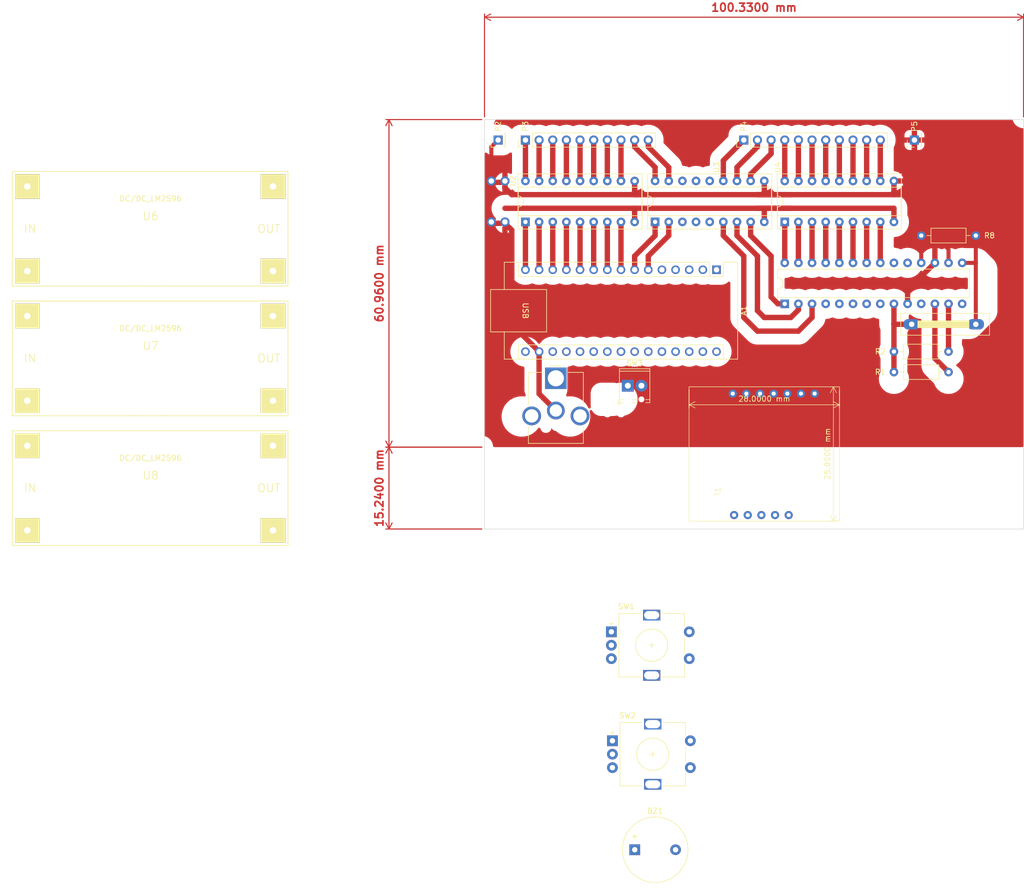
<source format=kicad_pcb>
(kicad_pcb (version 20221018) (generator pcbnew)
  (layers (0 "F.Cu" signal) (31 "B.Cu" signal) (34 "B.Paste" user) (35 "F.Paste" user) (36 "B.SilkS" user "B.Silkscreen") (37 "F.SilkS" user "F.Silkscreen") (38 "B.Mask" user) (39 "F.Mask" user) (44 "Edge.Cuts" user))
  (net 0 "")
  (net 3 "Net-(A1-D10)")
  (net 4 "Net-(A1-D11)")
  (net 6 "Net-(A1-D12)")
  (net 12 "Net-(A1-A4)")
  (net 13 "Net-(A1-A5)")
  (net 16 "5V")
  (net 18 "GND")
  (net 26 "3.3V")
  (net 28 "Net-(SW3-A)")
  (net 29 "Net-(A1-D9)")
  (net 30 "Net-(A1-D8)")
  (net 31 "Net-(A1-D7)")
  (net 32 "Net-(A1-D6)")
  (net 33 "Net-(A1-D5)")
  (net 34 "Net-(A1-D4)")
  (net 35 "Net-(A1-D3)")
  (net 36 "Net-(U1-GPB2)")
  (net 37 "Net-(U1-GPA0)")
  (net 38 "Net-(U1-GPA1)")
  (net 39 "Net-(U1-GPA2)")
  (net 40 "PWM")
  (net 41 "Gnd")
  (net 42 "Dig1")
  (net 43 "Dig2")
  (net 44 "Dig3")
  (net 45 "Dig4")
  (net 46 "Dig5")
  (net 47 "Dig6")
  (net 48 "Net-(U1-GPB0)")
  (net 49 "Net-(U1-GPB1)")
  (net 58 "Net-(U1-GPA3)")
  (net 59 "Net-(U1-GPA4)")
  (net 60 "Net-(U1-GPA5)")
  (net 61 "Net-(U1-GPA6)")
  (net 62 "Net-(U1-GPA7)")
  (net 63 "Net-(P3-Anode_0)")
  (net 64 "Net-(P3-Anode_1)")
  (net 65 "Net-(P3-Anode_2)")
  (net 66 "Net-(P3-Anode_3)")
  (net 67 "Net-(P3-Anode_4)")
  (net 68 "Net-(P3-Anode_5)")
  (net 69 "Net-(P3-Anode_6)")
  (net 70 "Net-(P3-Anode_7)")
  (net 71 "Net-(P3-Anode_8)")
  (net 72 "Net-(P3-Anode_9)")
  (net 73 "Net-(P4-Grid_00)")
  (net 74 "Net-(P4-Grid_01)")
  (net 75 "Net-(P4-Grid_02)")
  (net 76 "Net-(P4-Grid_03)")
  (net 77 "Net-(P4-Grid_04)")
  (net 78 "Net-(P4-Grid_05)")
  (net 79 "Net-(P4-Grid_06)")
  (net 80 "Net-(P4-Grid_07)")
  (net 81 "Net-(P4-Grid_08)")
  (net 82 "Net-(P4-Grid_09)")
  (net 83 "Net-(P4-Grid_10)")
  (net 85 "12V")
  (net 86 "32V")
  (net 89 "Net-(U1-~{RESET})")
  (footprint "Package_DIP:DIP-18_W7.62mm_Socket" (layer "F.Cu") (at 142.24 54.6 90)
    (fp_text reference "U3" (at 10.15 11.43 90) (layer "F.SilkS"))
    (fp_text value "UDN2981")
    (pad "1" thru_hole rect (at 0 0 90) (size 1.6 1.6) (drill 0.8) (layers "*.Cu" "*.Mask") (net 34 "Net-(A1-D4)"))
    (pad "2" thru_hole oval (at 0 2.54 90) (size 1.6 1.6) (drill 0.8) (layers "*.Cu" "*.Mask") (net 35 "Net-(A1-D3)"))
    (pad "3" thru_hole oval (at 0 5.08 90) (size 1.6 1.6) (drill 0.8) (layers "*.Cu" "*.Mask"))
    (pad "4" thru_hole oval (at 0 7.62 90) (size 1.6 1.6) (drill 0.8) (layers "*.Cu" "*.Mask"))
    (pad "5" thru_hole oval (at 0 10.16 90) (size 1.6 1.6) (drill 0.8) (layers "*.Cu" "*.Mask"))
    (pad "6" thru_hole oval (at 0 12.7 90) (size 1.6 1.6) (drill 0.8) (layers "*.Cu" "*.Mask") (net 36 "Net-(U1-GPB2)"))
    (pad "7" thru_hole oval (at 0 15.24 90) (size 1.6 1.6) (drill 0.8) (layers "*.Cu" "*.Mask") (net 49 "Net-(U1-GPB1)"))
    (pad "8" thru_hole oval (at 0 17.78 90) (size 1.6 1.6) (drill 0.8) (layers "*.Cu" "*.Mask") (net 48 "Net-(U1-GPB0)"))
    (pad "9" thru_hole oval (at 0 20.32 90) (size 1.6 1.6) (drill 0.8) (layers "*.Cu" "*.Mask") (net 86 "32V"))
    (pad "10" thru_hole oval (at 7.62 20.32 90) (size 1.6 1.6) (drill 0.8) (layers "*.Cu" "*.Mask") (net 18 "GND"))
    (pad "11" thru_hole oval (at 7.62 17.78 90) (size 1.6 1.6) (drill 0.8) (layers "*.Cu" "*.Mask") (net 75 "Net-(P4-Grid_02)"))
    (pad "12" thru_hole oval (at 7.62 15.24 90) (size 1.6 1.6) (drill 0.8) (layers "*.Cu" "*.Mask") (net 74 "Net-(P4-Grid_01)"))
    (pad "13" thru_hole oval (at 7.62 12.7 90) (size 1.6 1.6) (drill 0.8) (layers "*.Cu" "*.Mask") (net 73 "Net-(P4-Grid_00)"))
    (pad "14" thru_hole oval (at 7.62 10.16 90) (size 1.6 1.6) (drill 0.8) (layers "*.Cu" "*.Mask"))
    (pad "15" thru_hole oval (at 7.62 7.62 90) (size 1.6 1.6) (drill 0.8) (layers "*.Cu" "*.Mask"))
    (pad "16" thru_hole oval (at 7.62 5.08 90) (size 1.6 1.6) (drill 0.8) (layers "*.Cu" "*.Mask"))
    (pad "17" thru_hole oval (at 7.62 2.54 90) (size 1.6 1.6) (drill 0.8) (layers "*.Cu" "*.Mask") (net 72 "Net-(P3-Anode_9)"))
    (pad "18" thru_hole oval (at 7.62 0 90) (size 1.6 1.6) (drill 0.8) (layers "*.Cu" "*.Mask") (net 71 "Net-(P3-Anode_8)"))
  )
  (footprint "DCDC_Converter:DC_DC_LM2596_small" (layer "F.Cu") (at 48.26 80.01)
    (fp_text reference "U7" (at 0.1016 -2.3368) (layer "F.SilkS") (effects (font (size 1.5 1.5))))
    (fp_text value "DC/DC_LM2596" (at 0.0508 -5.588) (layer "F.SilkS"))
    (fp_text user "OUT" (at 22.098 0) (layer "F.SilkS") (effects (font (size 1.5 1.5))))
    (fp_text user "IN" (at -22.352 0) (layer "F.SilkS") (effects (font (size 1.5 1.5))))
    (pad "1" thru_hole rect (at -22.86 -7.874) (size 4.572 4.572) (drill 1.2) (layers "*.Cu" "*.Mask" "F.SilkS") (net 85 "12V"))
    (pad "2" thru_hole rect (at -22.86 7.874) (size 4.572 4.572) (drill 1.2) (layers "*.Cu" "*.Mask" "F.SilkS") (net 18 "GND"))
    (pad "3" thru_hole rect (at 22.86 -7.874) (size 4.572 4.572) (drill 1.2) (layers "*.Cu" "*.Mask" "F.SilkS") (net 26 "3.3V"))
    (pad "4" thru_hole rect (at 22.86 7.874) (size 4.572 4.572) (drill 1.2) (layers "*.Cu" "*.Mask" "F.SilkS"))
  )
  (footprint "Module:Arduino_Nano" (layer "F.Cu") (at 153.67 63.51 -90)
    (fp_text reference "A1" (at 7.62 -5.08 -270) (layer "F.SilkS"))
    (fp_text value "Arduino_Nano_v3.x")
    (fp_text user "USB" (at 7.62 35.56 -90 unlocked) (layer "F.SilkS"))
    (pad "1" thru_hole rect (at 0 0 270) (size 1.6 1.6) (drill 1) (layers "*.Cu" "*.Mask"))
    (pad "2" thru_hole oval (at 0 2.54 270) (size 1.6 1.6) (drill 1) (layers "*.Cu" "*.Mask"))
    (pad "3" thru_hole oval (at 0 5.08 270) (size 1.6 1.6) (drill 1) (layers "*.Cu" "*.Mask"))
    (pad "4" thru_hole oval (at 0 7.62 270) (size 1.6 1.6) (drill 1) (layers "*.Cu" "*.Mask") (net 18 "GND"))
    (pad "5" thru_hole oval (at 0 10.16 270) (size 1.6 1.6) (drill 1) (layers "*.Cu" "*.Mask"))
    (pad "6" thru_hole oval (at 0 12.7 270) (size 1.6 1.6) (drill 1) (layers "*.Cu" "*.Mask") (net 35 "Net-(A1-D3)"))
    (pad "7" thru_hole oval (at 0 15.24 270) (size 1.6 1.6) (drill 1) (layers "*.Cu" "*.Mask") (net 34 "Net-(A1-D4)"))
    (pad "8" thru_hole oval (at 0 17.78 270) (size 1.6 1.6) (drill 1) (layers "*.Cu" "*.Mask") (net 33 "Net-(A1-D5)"))
    (pad "9" thru_hole oval (at 0 20.32 270) (size 1.6 1.6) (drill 1) (layers "*.Cu" "*.Mask") (net 32 "Net-(A1-D6)"))
    (pad "10" thru_hole oval (at 0 22.86 270) (size 1.6 1.6) (drill 1) (layers "*.Cu" "*.Mask") (net 31 "Net-(A1-D7)"))
    (pad "11" thru_hole oval (at 0 25.4 270) (size 1.6 1.6) (drill 1) (layers "*.Cu" "*.Mask") (net 30 "Net-(A1-D8)"))
    (pad "12" thru_hole oval (at 0 27.94 270) (size 1.6 1.6) (drill 1) (layers "*.Cu" "*.Mask") (net 29 "Net-(A1-D9)"))
    (pad "13" thru_hole oval (at 0 30.48 270) (size 1.6 1.6) (drill 1) (layers "*.Cu" "*.Mask") (net 3 "Net-(A1-D10)"))
    (pad "14" thru_hole oval (at 0 33.02 270) (size 1.6 1.6) (drill 1) (layers "*.Cu" "*.Mask") (net 4 "Net-(A1-D11)"))
    (pad "15" thru_hole oval (at 0 35.56 270) (size 1.6 1.6) (drill 1) (layers "*.Cu" "*.Mask") (net 6 "Net-(A1-D12)"))
    (pad "16" thru_hole oval (at 15.24 35.56 270) (size 1.6 1.6) (drill 1) (layers "*.Cu" "*.Mask"))
    (pad "17" thru_hole oval (at 15.24 33.02 270) (size 1.6 1.6) (drill 1) (layers "*.Cu" "*.Mask"))
    (pad "18" thru_hole oval (at 15.24 30.48 270) (size 1.6 1.6) (drill 1) (layers "*.Cu" "*.Mask"))
    (pad "19" thru_hole oval (at 15.24 27.94 270) (size 1.6 1.6) (drill 1) (layers "*.Cu" "*.Mask"))
    (pad "20" thru_hole oval (at 15.24 25.4 270) (size 1.6 1.6) (drill 1) (layers "*.Cu" "*.Mask"))
    (pad "21" thru_hole oval (at 15.24 22.86 270) (size 1.6 1.6) (drill 1) (layers "*.Cu" "*.Mask"))
    (pad "22" thru_hole oval (at 15.24 20.32 270) (size 1.6 1.6) (drill 1) (layers "*.Cu" "*.Mask"))
    (pad "23" thru_hole oval (at 15.24 17.78 270) (size 1.6 1.6) (drill 1) (layers "*.Cu" "*.Mask") (net 12 "Net-(A1-A4)"))
    (pad "24" thru_hole oval (at 15.24 15.24 270) (size 1.6 1.6) (drill 1) (layers "*.Cu" "*.Mask") (net 13 "Net-(A1-A5)"))
    (pad "25" thru_hole oval (at 15.24 12.7 270) (size 1.6 1.6) (drill 1) (layers "*.Cu" "*.Mask"))
    (pad "26" thru_hole oval (at 15.24 10.16 270) (size 1.6 1.6) (drill 1) (layers "*.Cu" "*.Mask"))
    (pad "27" thru_hole oval (at 15.24 7.62 270) (size 1.6 1.6) (drill 1) (layers "*.Cu" "*.Mask") (net 16 "5V"))
    (pad "28" thru_hole oval (at 15.24 5.08 270) (size 1.6 1.6) (drill 1) (layers "*.Cu" "*.Mask"))
    (pad "29" thru_hole oval (at 15.24 2.54 270) (size 1.6 1.6) (drill 1) (layers "*.Cu" "*.Mask") (net 18 "GND"))
    (pad "30" thru_hole oval (at 15.24 0 270) (size 1.6 1.6) (drill 1) (layers "*.Cu" "*.Mask"))
  )
  (footprint "DCDC_Converter:DC_DC_LM2596_small" (layer "F.Cu") (at 48.26 55.88)
    (fp_text reference "U6" (at 0.1016 -2.3368) (layer "F.SilkS") (effects (font (size 1.5 1.5))))
    (fp_text value "DC/DC_LM2596" (at 0.0508 -5.588) (layer "F.SilkS"))
    (fp_text user "OUT" (at 22.098 0) (layer "F.SilkS") (effects (font (size 1.5 1.5))))
    (fp_text user "IN" (at -22.352 0) (layer "F.SilkS") (effects (font (size 1.5 1.5))))
    (pad "1" thru_hole rect (at -22.86 -7.874) (size 4.572 4.572) (drill 1.2) (layers "*.Cu" "*.Mask" "F.SilkS") (net 85 "12V"))
    (pad "2" thru_hole rect (at -22.86 7.874) (size 4.572 4.572) (drill 1.2) (layers "*.Cu" "*.Mask" "F.SilkS") (net 18 "GND"))
    (pad "3" thru_hole rect (at 22.86 -7.874) (size 4.572 4.572) (drill 1.2) (layers "*.Cu" "*.Mask" "F.SilkS") (net 16 "5V"))
    (pad "4" thru_hole rect (at 22.86 7.874) (size 4.572 4.572) (drill 1.2) (layers "*.Cu" "*.Mask" "F.SilkS"))
  )
  (footprint "Package_DIP:DIP-18_W7.62mm_Socket" (layer "F.Cu") (at 166.37 54.61 90)
    (fp_text reference "U4" (at 10.16 -1.27 90) (layer "F.SilkS"))
    (fp_text value "UDN2981")
    (pad "1" thru_hole rect (at 0 0 90) (size 1.6 1.6) (drill 0.8) (layers "*.Cu" "*.Mask") (net 62 "Net-(U1-GPA7)"))
    (pad "2" thru_hole oval (at 0 2.54 90) (size 1.6 1.6) (drill 0.8) (layers "*.Cu" "*.Mask") (net 61 "Net-(U1-GPA6)"))
    (pad "3" thru_hole oval (at 0 5.08 90) (size 1.6 1.6) (drill 0.8) (layers "*.Cu" "*.Mask") (net 60 "Net-(U1-GPA5)"))
    (pad "4" thru_hole oval (at 0 7.62 90) (size 1.6 1.6) (drill 0.8) (layers "*.Cu" "*.Mask") (net 59 "Net-(U1-GPA4)"))
    (pad "5" thru_hole oval (at 0 10.16 90) (size 1.6 1.6) (drill 0.8) (layers "*.Cu" "*.Mask") (net 58 "Net-(U1-GPA3)"))
    (pad "6" thru_hole oval (at 0 12.7 90) (size 1.6 1.6) (drill 0.8) (layers "*.Cu" "*.Mask") (net 39 "Net-(U1-GPA2)"))
    (pad "7" thru_hole oval (at 0 15.24 90) (size 1.6 1.6) (drill 0.8) (layers "*.Cu" "*.Mask") (net 38 "Net-(U1-GPA1)"))
    (pad "8" thru_hole oval (at 0 17.78 90) (size 1.6 1.6) (drill 0.8) (layers "*.Cu" "*.Mask") (net 37 "Net-(U1-GPA0)"))
    (pad "9" thru_hole oval (at 0 20.32 90) (size 1.6 1.6) (drill 0.8) (layers "*.Cu" "*.Mask") (net 86 "32V"))
    (pad "10" thru_hole oval (at 7.62 20.32 90) (size 1.6 1.6) (drill 0.8) (layers "*.Cu" "*.Mask") (net 18 "GND"))
    (pad "11" thru_hole oval (at 7.62 17.78 90) (size 1.6 1.6) (drill 0.8) (layers "*.Cu" "*.Mask") (net 83 "Net-(P4-Grid_10)"))
    (pad "12" thru_hole oval (at 7.62 15.24 90) (size 1.6 1.6) (drill 0.8) (layers "*.Cu" "*.Mask") (net 82 "Net-(P4-Grid_09)"))
    (pad "13" thru_hole oval (at 7.62 12.7 90) (size 1.6 1.6) (drill 0.8) (layers "*.Cu" "*.Mask") (net 81 "Net-(P4-Grid_08)"))
    (pad "14" thru_hole oval (at 7.62 10.16 90) (size 1.6 1.6) (drill 0.8) (layers "*.Cu" "*.Mask") (net 80 "Net-(P4-Grid_07)"))
    (pad "15" thru_hole oval (at 7.62 7.62 90) (size 1.6 1.6) (drill 0.8) (layers "*.Cu" "*.Mask") (net 79 "Net-(P4-Grid_06)"))
    (pad "16" thru_hole oval (at 7.62 5.08 90) (size 1.6 1.6) (drill 0.8) (layers "*.Cu" "*.Mask") (net 78 "Net-(P4-Grid_05)"))
    (pad "17" thru_hole oval (at 7.62 2.54 90) (size 1.6 1.6) (drill 0.8) (layers "*.Cu" "*.Mask") (net 77 "Net-(P4-Grid_04)"))
    (pad "18" thru_hole oval (at 7.62 0 90) (size 1.6 1.6) (drill 0.8) (layers "*.Cu" "*.Mask") (net 76 "Net-(P4-Grid_03)"))
  )
  (footprint "Jumpers:Jumper-Wire_12mm_Red" (layer "F.Cu") (at 201.93 73.66 180)
    (fp_text reference "R6" hide)
    (fp_text value "Jumper")
    (pad "1" thru_hole roundrect (at 0 0 180) (size 3 1.9) (drill 1) (layers "B.Cu") (roundrect_rratio 0.421) (net 16 "5V"))
    (pad "2" thru_hole roundrect (at 11.938 0 180) (size 3 1.9) (drill 1) (layers "B.Cu") (roundrect_rratio 0.421) (net 16 "5V"))
  )
  (footprint "TerminalBlock_Phoenix:TerminalBlock_Phoenix_MPT-0,5-2-2.54_1x02_P2.54mm_Horizontal" (layer "F.Cu") (at 137.16 85.09)
    (fp_text reference "SW3" (at 1.27 -4.16) (layer "F.SilkS"))
    (fp_text value "SW_SPST")
    (pad "" np_thru_hole circle (at 0 2.54) (size 1.1 1.1) (drill 1.1) (layers "*.Cu" "*.Mask"))
    (pad "" np_thru_hole circle (at 2.54 2.54) (size 1.1 1.1) (drill 1.1) (layers "*.Cu" "*.Mask"))
    (pad "1" thru_hole rect (at 0 0) (size 2.2 2.2) (drill 1.1) (layers "*.Cu" "*.Mask") (net 28 "Net-(SW3-A)"))
    (pad "2" thru_hole circle (at 2.54 0) (size 2.2 2.2) (drill 1.1) (layers "*.Cu" "*.Mask") (net 85 "12V"))
  )
  (footprint "VFD:0-Resistor Jumper" (layer "F.Cu") (at 114.3 50.546 90)
    (fp_text reference "R7" hide)
    (fp_text value "Jumper" hide)
    (pad "1" thru_hole oval (at -4.064 0 180) (size 1.7 1.7) (drill 1) (layers "*.Cu" "*.Mask") (net 18 "GND"))
    (pad "2" thru_hole oval (at 3.556 0 180) (size 1.7 1.7) (drill 1) (layers "*.Cu" "*.Mask") (net 18 "GND"))
  )
  (footprint "Connector_PinHeader_2.54mm:PinHeader_1x01_P2.54mm_Vertical" (layer "F.Cu") (at 190.5 39.37 90)
    (fp_text reference "P5" (at 2.54 0 90) (layer "F.SilkS"))
    (fp_text value "VFD-Sep-Gnd")
    (pad "1" thru_hole rect (at 0 0 90) (size 1.7 1.7) (drill 1) (layers "*.Cu" "*.Mask") (net 18 "GND"))
  )
  (footprint "Connector_PinHeader_2.54mm:PinHeader_1x10_P2.54mm_Vertical" (layer "F.Cu") (at 118.11 39.37 90)
    (fp_text reference "P3" (at 2.54 0 90) (layer "F.SilkS"))
    (fp_text value "VFD-Sep-AnodenPins")
    (pad "1" thru_hole rect (at 0 0 90) (size 1.7 1.7) (drill 1) (layers "*.Cu" "*.Mask") (net 63 "Net-(P3-Anode_0)"))
    (pad "2" thru_hole oval (at 0 2.54 90) (size 1.7 1.7) (drill 1) (layers "*.Cu" "*.Mask") (net 64 "Net-(P3-Anode_1)"))
    (pad "3" thru_hole oval (at 0 5.08 90) (size 1.7 1.7) (drill 1) (layers "*.Cu" "*.Mask") (net 65 "Net-(P3-Anode_2)"))
    (pad "4" thru_hole oval (at 0 7.62 90) (size 1.7 1.7) (drill 1) (layers "*.Cu" "*.Mask") (net 66 "Net-(P3-Anode_3)"))
    (pad "5" thru_hole oval (at 0 10.16 90) (size 1.7 1.7) (drill 1) (layers "*.Cu" "*.Mask") (net 67 "Net-(P3-Anode_4)"))
    (pad "6" thru_hole oval (at 0 12.7 90) (size 1.7 1.7) (drill 1) (layers "*.Cu" "*.Mask") (net 68 "Net-(P3-Anode_5)"))
    (pad "7" thru_hole oval (at 0 15.24 90) (size 1.7 1.7) (drill 1) (layers "*.Cu" "*.Mask") (net 69 "Net-(P3-Anode_6)"))
    (pad "8" thru_hole oval (at 0 17.78 90) (size 1.7 1.7) (drill 1) (layers "*.Cu" "*.Mask") (net 70 "Net-(P3-Anode_7)"))
    (pad "9" thru_hole oval (at 0 20.32 90) (size 1.7 1.7) (drill 1) (layers "*.Cu" "*.Mask") (net 71 "Net-(P3-Anode_8)"))
    (pad "10" thru_hole oval (at 0 22.86 90) (size 1.7 1.7) (drill 1) (layers "*.Cu" "*.Mask") (net 72 "Net-(P3-Anode_9)"))
  )
  (footprint "Rotary_Encoder:RotaryEncoder_Alps_EC11E-Switch_Vertical_H20mm" (layer "F.Cu") (at 134.1 130.89)
    (fp_text reference "SW1" (at 2.8 -4.7) (layer "F.SilkS"))
    (fp_text value "RotaryEncoder_Switch")
    (pad "A" thru_hole rect (at 0 0) (size 2 2) (drill 1) (layers "*.Cu" "*.Mask") (net 42 "Dig1"))
    (pad "B" thru_hole circle (at 0 5) (size 2 2) (drill 1) (layers "*.Cu" "*.Mask") (net 43 "Dig2"))
    (pad "C" thru_hole circle (at 0 2.5) (size 2 2) (drill 1) (layers "*.Cu" "*.Mask") (net 41 "Gnd"))
    (pad "MP" thru_hole rect (at 7.5 -3.1) (size 3.2 2) (drill oval 2.8 1.5) (layers "*.Cu" "*.Mask"))
    (pad "MP" thru_hole rect (at 7.5 8.1) (size 3.2 2) (drill oval 2.8 1.5) (layers "*.Cu" "*.Mask"))
    (pad "S1" thru_hole circle (at 14.5 5) (size 2 2) (drill 1) (layers "*.Cu" "*.Mask") (net 41 "Gnd"))
    (pad "S2" thru_hole circle (at 14.5 0) (size 2 2) (drill 1) (layers "*.Cu" "*.Mask") (net 44 "Dig3"))
  )
  (footprint "Connector_PinHeader_2.54mm:PinHeader_1x11_P2.54mm_Vertical" (layer "F.Cu") (at 158.75 39.37 90)
    (fp_text reference "P4" (at 2.54 0 90) (layer "F.SilkS"))
    (fp_text value "VFD-Sep-Grid_Pins")
    (pad "1" thru_hole rect (at 0 0 90) (size 1.7 1.7) (drill 1) (layers "*.Cu" "*.Mask") (net 73 "Net-(P4-Grid_00)"))
    (pad "2" thru_hole oval (at 0 2.54 90) (size 1.7 1.7) (drill 1) (layers "*.Cu" "*.Mask") (net 74 "Net-(P4-Grid_01)"))
    (pad "3" thru_hole oval (at 0 5.08 90) (size 1.7 1.7) (drill 1) (layers "*.Cu" "*.Mask") (net 75 "Net-(P4-Grid_02)"))
    (pad "4" thru_hole oval (at 0 7.62 90) (size 1.7 1.7) (drill 1) (layers "*.Cu" "*.Mask") (net 76 "Net-(P4-Grid_03)"))
    (pad "5" thru_hole oval (at 0 10.16 90) (size 1.7 1.7) (drill 1) (layers "*.Cu" "*.Mask") (net 77 "Net-(P4-Grid_04)"))
    (pad "6" thru_hole oval (at 0 12.7 90) (size 1.7 1.7) (drill 1) (layers "*.Cu" "*.Mask") (net 78 "Net-(P4-Grid_05)"))
    (pad "7" thru_hole oval (at 0 15.24 90) (size 1.7 1.7) (drill 1) (layers "*.Cu" "*.Mask") (net 79 "Net-(P4-Grid_06)"))
    (pad "8" thru_hole oval (at 0 17.78 90) (size 1.7 1.7) (drill 1) (layers "*.Cu" "*.Mask") (net 80 "Net-(P4-Grid_07)"))
    (pad "9" thru_hole oval (at 0 20.32 90) (size 1.7 1.7) (drill 1) (layers "*.Cu" "*.Mask") (net 81 "Net-(P4-Grid_08)"))
    (pad "10" thru_hole oval (at 0 22.86 90) (size 1.7 1.7) (drill 1) (layers "*.Cu" "*.Mask") (net 82 "Net-(P4-Grid_09)"))
    (pad "11" thru_hole oval (at 0 25.4 90) (size 1.7 1.7) (drill 1) (layers "*.Cu" "*.Mask") (net 83 "Net-(P4-Grid_10)"))
  )
  (footprint "Resistor_THT:R_Axial_DIN0207_L6.3mm_D2.5mm_P10.16mm_Horizontal" (layer "F.Cu") (at 186.69 82.55)
    (fp_text reference "R1" (at -2.54 0) (layer "F.SilkS"))
    (fp_text value "4,7k")
    (pad "1" thru_hole circle (at 0 0) (size 1.6 1.6) (drill 0.8) (layers "*.Cu" "*.Mask") (net 16 "5V"))
    (pad "2" thru_hole oval (at 10.16 0) (size 1.6 1.6) (drill 0.8) (layers "*.Cu" "*.Mask") (net 13 "Net-(A1-A5)"))
  )
  (footprint "ZCustom:DS1307_Module" (layer "F.Cu") (at 156.942 109.166 90)
    (fp_text reference "T1" (at 4.318 -3.048 90 unlocked) (layer "F.SilkS") (effects (font (thickness 0.1))))
    (fp_text value "DS1307_Module")
    (pad "1" thru_hole circle (at 0 0 90) (size 1.524 1.524) (drill 0.762) (layers "*.Cu" "*.Mask"))
    (pad "2" thru_hole circle (at 0 2.54 90) (size 1.524 1.524) (drill 0.762) (layers "*.Cu" "*.Mask"))
    (pad "3" thru_hole circle (at 0 5.08 90) (size 1.524 1.524) (drill 0.762) (layers "*.Cu" "*.Mask"))
    (pad "4" thru_hole circle (at 0 7.62 90) (size 1.524 1.524) (drill 0.762) (layers "*.Cu" "*.Mask"))
    (pad "5" thru_hole circle (at 0 10.16 90) (size 1.524 1.524) (drill 0.762) (layers "*.Cu" "*.Mask"))
    (pad "6" thru_hole circle (at 22.606 -0.254 90) (size 1.524 1.524) (drill 0.762) (layers "*.Cu" "*.Mask"))
    (pad "7" thru_hole circle (at 22.606 2.286 90) (size 1.524 1.524) (drill 0.762) (layers "*.Cu" "*.Mask"))
    (pad "8" thru_hole circle (at 22.606 4.826 90) (size 1.524 1.524) (drill 0.762) (layers "*.Cu" "*.Mask") (net 13 "Net-(A1-A5)"))
    (pad "9" thru_hole circle (at 22.606 7.366 90) (size 1.524 1.524) (drill 0.762) (layers "*.Cu" "*.Mask") (net 12 "Net-(A1-A4)"))
    (pad "10" thru_hole circle (at 22.606 9.906 90) (size 1.524 1.524) (drill 0.762) (layers "*.Cu" "*.Mask") (net 16 "5V"))
    (pad "11" thru_hole circle (at 22.606 12.446 90) (size 1.524 1.524) (drill 0.762) (layers "*.Cu" "*.Mask") (net 18 "GND"))
    (pad "12" thru_hole circle (at 22.606 14.986 90) (size 1.524 1.524) (drill 0.762) (layers "*.Cu" "*.Mask"))
  )
  (footprint "Rotary_Encoder:RotaryEncoder_Alps_EC11E-Switch_Vertical_H20mm" (layer "F.Cu") (at 134.3 151.17)
    (fp_text reference "SW2" (at 2.8 -4.7) (layer "F.SilkS"))
    (fp_text value "RotaryEncoder_Switch")
    (pad "A" thru_hole rect (at 0 0) (size 2 2) (drill 1) (layers "*.Cu" "*.Mask") (net 45 "Dig4"))
    (pad "B" thru_hole circle (at 0 5) (size 2 2) (drill 1) (layers "*.Cu" "*.Mask") (net 46 "Dig5"))
    (pad "C" thru_hole circle (at 0 2.5) (size 2 2) (drill 1) (layers "*.Cu" "*.Mask") (net 41 "Gnd"))
    (pad "MP" thru_hole rect (at 7.5 -3.1) (size 3.2 2) (drill oval 2.8 1.5) (layers "*.Cu" "*.Mask"))
    (pad "MP" thru_hole rect (at 7.5 8.1) (size 3.2 2) (drill oval 2.8 1.5) (layers "*.Cu" "*.Mask"))
    (pad "S1" thru_hole circle (at 14.5 5) (size 2 2) (drill 1) (layers "*.Cu" "*.Mask") (net 41 "Gnd"))
    (pad "S2" thru_hole circle (at 14.5 0) (size 2 2) (drill 1) (layers "*.Cu" "*.Mask") (net 47 "Dig6"))
  )
  (footprint "Package_DIP:DIP-28_W7.62mm" (layer "F.Cu") (at 166.37 69.85 90)
    (fp_text reference "U1" hide)
    (fp_text value "MCP23017_SP")
    (pad "1" thru_hole rect (at 0 0 90) (size 1.6 1.6) (drill 0.8) (layers "*.Cu" "*.Mask") (net 48 "Net-(U1-GPB0)"))
    (pad "2" thru_hole oval (at 0 2.54 90) (size 1.6 1.6) (drill 0.8) (layers "*.Cu" "*.Mask") (net 49 "Net-(U1-GPB1)"))
    (pad "3" thru_hole oval (at 0 5.08 90) (size 1.6 1.6) (drill 0.8) (layers "*.Cu" "*.Mask") (net 36 "Net-(U1-GPB2)"))
    (pad "4" thru_hole oval (at 0 7.62 90) (size 1.6 1.6) (drill 0.8) (layers "*.Cu" "*.Mask"))
    (pad "5" thru_hole oval (at 0 10.16 90) (size 1.6 1.6) (drill 0.8) (layers "*.Cu" "*.Mask"))
    (pad "6" thru_hole oval (at 0 12.7 90) (size 1.6 1.6) (drill 0.8) (layers "*.Cu" "*.Mask"))
    (pad "7" thru_hole oval (at 0 15.24 90) (size 1.6 1.6) (drill 0.8) (layers "*.Cu" "*.Mask"))
    (pad "8" thru_hole oval (at 0 17.78 90) (size 1.6 1.6) (drill 0.8) (layers "*.Cu" "*.Mask"))
    (pad "9" thru_hole oval (at 0 20.32 90) (size 1.6 1.6) (drill 0.8) (layers "*.Cu" "*.Mask") (net 16 "5V"))
    (pad "10" thru_hole oval (at 0 22.86 90) (size 1.6 1.6) (drill 0.8) (layers "*.Cu" "*.Mask") (net 18 "GND"))
    (pad "11" thru_hole oval (at 0 25.4 90) (size 1.6 1.6) (drill 0.8) (layers "*.Cu" "*.Mask"))
    (pad "12" thru_hole oval (at 0 27.94 90) (size 1.6 1.6) (drill 0.8) (layers "*.Cu" "*.Mask") (net 13 "Net-(A1-A5)"))
    (pad "13" thru_hole oval (at 0 30.48 90) (size 1.6 1.6) (drill 0.8) (layers "*.Cu" "*.Mask") (net 12 "Net-(A1-A4)"))
    (pad "14" thru_hole oval (at 0 33.02 90) (size 1.6 1.6) (drill 0.8) (layers "*.Cu" "*.Mask"))
    (pad "15" thru_hole oval (at 7.62 33.02 90) (size 1.6 1.6) (drill 0.8) (layers "*.Cu" "*.Mask") (net 16 "5V"))
    (pad "16" thru_hole oval (at 7.62 30.48 90) (size 1.6 1.6) (drill 0.8) (layers "*.Cu" "*.Mask") (net 18 "GND"))
    (pad "17" thru_hole oval (at 7.62 27.94 90) (size 1.6 1.6) (drill 0.8) (layers "*.Cu" "*.Mask") (net 18 "GND"))
    (pad "18" thru_hole oval (at 7.62 25.4 90) (size 1.6 1.6) (drill 0.8) (layers "*.Cu" "*.Mask") (net 89 "Net-(U1-~{RESET})"))
    (pad "19" thru_hole oval (at 7.62 22.86 90) (size 1.6 1.6) (drill 0.8) (layers "*.Cu" "*.Mask"))
    (pad "20" thru_hole oval (at 7.62 20.32 90) (size 1.6 1.6) (drill 0.8) (layers "*.Cu" "*.Mask"))
    (pad "21" thru_hole oval (at 7.62 17.78 90) (size 1.6 1.6) (drill 0.8) (layers "*.Cu" "*.Mask") (net 37 "Net-(U1-GPA0)"))
    (pad "22" thru_hole oval (at 7.62 15.24 90) (size 1.6 1.6) (drill 0.8) (layers "*.Cu" "*.Mask") (net 38 "Net-(U1-GPA1)"))
    (pad "23" thru_hole oval (at 7.62 12.7 90) (size 1.6 1.6) (drill 0.8) (layers "*.Cu" "*.Mask") (net 39 "Net-(U1-GPA2)"))
    (pad "24" thru_hole oval (at 7.62 10.16 90) (size 1.6 1.6) (drill 0.8) (layers "*.Cu" "*.Mask") (net 58 "Net-(U1-GPA3)"))
    (pad "25" thru_hole oval (at 7.62 7.62 90) (size 1.6 1.6) (drill 0.8) (layers "*.Cu" "*.Mask") (net 59 "Net-(U1-GPA4)"))
    (pad "26" thru_hole oval (at 7.62 5.08 90) (size 1.6 1.6) (drill 0.8) (layers "*.Cu" "*.Mask") (net 60 "Net-(U1-GPA5)"))
    (pad "27" thru_hole oval (at 7.62 2.54 90) (size 1.6 1.6) (drill 0.8) (layers "*.Cu" "*.Mask") (net 61 "Net-(U1-GPA6)"))
    (pad "28" thru_hole oval (at 7.62 0 90) (size 1.6 1.6) (drill 0.8) (layers "*.Cu" "*.Mask") (net 62 "Net-(U1-GPA7)"))
  )
  (footprint "Connector_PinHeader_2.54mm:PinHeader_1x01_P2.54mm_Vertical" (layer "F.Cu") (at 113.03 39.37 90)
    (fp_text reference "P2" (at 2.54 0 90) (layer "F.SilkS"))
    (fp_text value "VFD-Sep-VCC")
    (pad "1" thru_hole rect (at 0 0 90) (size 1.7 1.7) (drill 1) (layers "*.Cu" "*.Mask") (net 26 "3.3V"))
  )
  (footprint "Resistor_THT:R_Axial_DIN0207_L6.3mm_D2.5mm_P10.16mm_Horizontal" (layer "F.Cu") (at 186.69 78.74)
    (fp_text reference "R2" (at -2.54 0) (layer "F.SilkS"))
    (fp_text value "4,7k")
    (pad "1" thru_hole circle (at 0 0) (size 1.6 1.6) (drill 0.8) (layers "*.Cu" "*.Mask") (net 16 "5V"))
    (pad "2" thru_hole oval (at 10.16 0) (size 1.6 1.6) (drill 0.8) (layers "*.Cu" "*.Mask") (net 12 "Net-(A1-A4)"))
  )
  (footprint "Package_DIP:DIP-18_W7.62mm_Socket" (layer "F.Cu") (at 118.11 54.61 90)
    (fp_text reference "U2" (at 7.62 -2.33 90) (layer "F.SilkS"))
    (fp_text value "UDN2981")
    (pad "1" thru_hole rect (at 0 0 90) (size 1.6 1.6) (drill 0.8) (layers "*.Cu" "*.Mask") (net 6 "Net-(A1-D12)"))
    (pad "2" thru_hole oval (at 0 2.54 90) (size 1.6 1.6) (drill 0.8) (layers "*.Cu" "*.Mask") (net 4 "Net-(A1-D11)"))
    (pad "3" thru_hole oval (at 0 5.08 90) (size 1.6 1.6) (drill 0.8) (layers "*.Cu" "*.Mask") (net 3 "Net-(A1-D10)"))
    (pad "4" thru_hole oval (at 0 7.62 90) (size 1.6 1.6) (drill 0.8) (layers "*.Cu" "*.Mask") (net 29 "Net-(A1-D9)"))
    (pad "5" thru_hole oval (at 0 10.16 90) (size 1.6 1.6) (drill 0.8) (layers "*.Cu" "*.Mask") (net 30 "Net-(A1-D8)"))
    (pad "6" thru_hole oval (at 0 12.7 90) (size 1.6 1.6) (drill 0.8) (layers "*.Cu" "*.Mask") (net 31 "Net-(A1-D7)"))
    (pad "7" thru_hole oval (at 0 15.24 90) (size 1.6 1.6) (drill 0.8) (layers "*.Cu" "*.Mask") (net 32 "Net-(A1-D6)"))
    (pad "8" thru_hole oval (at 0 17.78 90) (size 1.6 1.6) (drill 0.8) (layers "*.Cu" "*.Mask") (net 33 "Net-(A1-D5)"))
    (pad "9" thru_hole oval (at 0 20.32 90) (size 1.6 1.6) (drill 0.8) (layers "*.Cu" "*.Mask") (net 86 "32V"))
    (pad "10" thru_hole oval (at 7.62 20.32 90) (size 1.6 1.6) (drill 0.8) (layers "*.Cu" "*.Mask") (net 18 "GND"))
    (pad "11" thru_hole oval (at 7.62 17.78 90) (size 1.6 1.6) (drill 0.8) (layers "*.Cu" "*.Mask") (net 70 "Net-(P3-Anode_7)"))
    (pad "12" thru_hole oval (at 7.62 15.24 90) (size 1.6 1.6) (drill 0.8) (layers "*.Cu" "*.Mask") (net 69 "Net-(P3-Anode_6)"))
    (pad "13" thru_hole oval (at 7.62 12.7 90) (size 1.6 1.6) (drill 0.8) (layers "*.Cu" "*.Mask") (net 68 "Net-(P3-Anode_5)"))
    (pad "14" thru_hole oval (at 7.62 10.16 90) (size 1.6 1.6) (drill 0.8) (layers "*.Cu" "*.Mask") (net 67 "Net-(P3-Anode_4)"))
    (pad "15" thru_hole oval (at 7.62 7.62 90) (size 1.6 1.6) (drill 0.8) (layers "*.Cu" "*.Mask") (net 66 "Net-(P3-Anode_3)"))
    (pad "16" thru_hole oval (at 7.62 5.08 90) (size 1.6 1.6) (drill 0.8) (layers "*.Cu" "*.Mask") (net 65 "Net-(P3-Anode_2)"))
    (pad "17" thru_hole oval (at 7.62 2.54 90) (size 1.6 1.6) (drill 0.8) (layers "*.Cu" "*.Mask") (net 64 "Net-(P3-Anode_1)"))
    (pad "18" thru_hole oval (at 7.62 0 90) (size 1.6 1.6) (drill 0.8) (layers "*.Cu" "*.Mask") (net 63 "Net-(P3-Anode_0)"))
  )
  (footprint "DCDC_Converter:DC_DC_LM2596_small" (layer "F.Cu") (at 48.26 104.14)
    (fp_text reference "U8" (at 0.1016 -2.3368) (layer "F.SilkS") (effects (font (size 1.5 1.5))))
    (fp_text value "DC/DC_LM2596" (at 0.0508 -5.588) (layer "F.SilkS"))
    (fp_text user "IN" (at -22.352 0) (layer "F.SilkS") (effects (font (size 1.5 1.5))))
    (fp_text user "OUT" (at 22.098 0) (layer "F.SilkS") (effects (font (size 1.5 1.5))))
    (pad "1" thru_hole rect (at -22.86 -7.874) (size 4.572 4.572) (drill 1.2) (layers "*.Cu" "*.Mask" "F.SilkS") (net 85 "12V"))
    (pad "2" thru_hole rect (at -22.86 7.874) (size 4.572 4.572) (drill 1.2) (layers "*.Cu" "*.Mask" "F.SilkS") (net 18 "GND"))
    (pad "3" thru_hole rect (at 22.86 -7.874) (size 4.572 4.572) (drill 1.2) (layers "*.Cu" "*.Mask" "F.SilkS") (net 86 "32V"))
    (pad "4" thru_hole rect (at 22.86 7.874) (size 4.572 4.572) (drill 1.2) (layers "*.Cu" "*.Mask" "F.SilkS"))
  )
  (footprint "Buzzer_Beeper:Buzzer_12x9.5RM7.6" (layer "F.Cu") (at 138.45 171.45)
    (fp_text reference "BZ1" (at 3.8 -7.2) (layer "F.SilkS"))
    (fp_text value "Buzzer")
    (fp_text user "+" (at -0.01 -2.54) (layer "F.SilkS"))
    (pad "1" thru_hole rect (at 0 0) (size 2 2) (drill 1) (layers "*.Cu" "*.Mask") (net 40 "PWM"))
    (pad "2" thru_hole circle (at 7.6 0) (size 2 2) (drill 1) (layers "*.Cu" "*.Mask") (net 41 "Gnd"))
  )
  (footprint "VFD:0-Resistor Jumper" (layer "F.Cu") (at 111.76 51.054 -90)
    (fp_text reference "R3" hide)
    (fp_text value "Jumper" hide)
    (pad "1" thru_hole oval (at -4.064 0) (size 1.7 1.7) (drill 1) (layers "*.Cu" "*.Mask") (net 26 "3.3V"))
    (pad "2" thru_hole oval (at 3.556 0) (size 1.7 1.7) (drill 1) (layers "*.Cu" "*.Mask") (net 26 "3.3V"))
  )
  (footprint "Connector_BarrelJack:BarrelJack_CUI_PJ-063AH_Horizontal_CircularHoles" (layer "F.Cu") (at 123.77 83.71)
    (fp_text reference "J1" hide)
    (fp_text value "Barrel_Jack")
    (pad "" np_thru_hole circle (at 0 9) (size 1.6 1.6) (drill 1.6) (layers "*.Cu" "*.Mask"))
    (pad "1" thru_hole rect (at 0 0) (size 4 4) (drill 3) (layers "*.Cu" "*.Mask") (net 28 "Net-(SW3-A)"))
    (pad "2" thru_hole circle (at 0 6) (size 3.3 3.3) (drill 2.3) (layers "*.Cu" "*.Mask") (net 18 "GND"))
    (pad "MP" thru_hole circle (at -4.5 7) (size 3.5 3.5) (drill 2.5) (layers "*.Cu" "*.Mask"))
    (pad "MP" thru_hole circle (at 4.5 7) (size 3.5 3.5) (drill 2.5) (layers "*.Cu" "*.Mask"))
  )
  (footprint "Resistor_THT:R_Axial_DIN0207_L6.3mm_D2.5mm_P10.16mm_Horizontal" (layer "F.Cu") (at 201.93 57.15 180)
    (fp_text reference "R8" (at -2.54 0) (layer "F.SilkS"))
    (fp_text value "220")
    (pad "1" thru_hole circle (at 0 0 180) (size 1.6 1.6) (drill 0.8) (layers "*.Cu" "*.Mask") (net 16 "5V"))
    (pad "2" thru_hole oval (at 10.16 0 180) (size 1.6 1.6) (drill 0.8) (layers "*.Cu" "*.Mask") (net 89 "Net-(U1-~{RESET})"))
  )
  (gr_rect (start 110.49 35.56) (end 210.82 111.76) (stroke (width 0.1)) (fill none) (layer "Edge.Cuts"))
  (dimension (type aligned) (layer "F.Cu") (pts (xy 110.49 35.56) (xy 210.82 35.56)) (height -19.05) (gr_text "100,3300 mm" (at 160.655 14.71) (layer "F.Cu") (effects (font (size 1.5 1.5) (thickness 0.3)))) (format (prefix "") (suffix "") (units 3) (units_format 1) (precision 4)) (style (thickness 0.2) (arrow_length 1.27) (text_position_mode 0) (extension_height 0.58642) (extension_offset 0.5) keep_text_aligned))
  (dimension (type aligned) (layer "F.Cu") (pts (xy 110.49 96.52) (xy 110.49 111.76)) (height 17.78) (gr_text "15,2400 mm" (at 90.91 104.14 90) (layer "F.Cu") (effects (font (size 1.5 1.5) (thickness 0.3)))) (format (prefix "") (suffix "") (units 3) (units_format 1) (precision 4)) (style (thickness 0.2) (arrow_length 1.27) (text_position_mode 0) (extension_height 0.58642) (extension_offset 0.5) keep_text_aligned))
  (dimension (type aligned) (layer "F.Cu") (pts (xy 110.49 35.56) (xy 110.49 96.52)) (height 17.78) (gr_text "60,9600 mm" (at 90.91 66.04 90) (layer "F.Cu") (effects (font (size 1.5 1.5) (thickness 0.3)))) (format (prefix "") (suffix "") (units 3) (units_format 1) (precision 4)) (style (thickness 0.2) (arrow_length 1.27) (text_position_mode 0) (extension_height 0.58642) (extension_offset 0.5) keep_text_aligned))
  (segment (start 123.19 63.51) (end 123.19 54.61) (width 1) (layer "F.Cu") (net 3))
  (segment (start 120.65 54.61) (end 120.65 63.51) (width 1) (layer "F.Cu") (net 4))
  (segment (start 118.11 54.61) (end 118.11 63.51) (width 1) (layer "F.Cu") (net 6))
  (segment (start 196.85 78.74) (end 196.85 69.85) (width 1) (layer "F.Cu") (net 12))
  (segment (start 194.31 80.01) (end 194.31 69.85) (width 1) (layer "F.Cu") (net 13))
  (segment (start 194.31 80.01) (end 196.85 82.55) (width 1) (layer "F.Cu") (net 13))
  (segment (start 201.93 62.23) (end 201.93 57.15) (width 0.75) (layer "F.Cu") (net 16))
  (segment (start 199.39 62.23) (end 201.93 62.23) (width 0.75) (layer "F.Cu") (net 16))
  (segment (start 186.69 73.66) (end 189.992 73.66) (width 1) (layer "F.Cu") (net 16))
  (segment (start 186.69 78.74) (end 186.69 73.66) (width 1) (layer "F.Cu") (net 16))
  (segment (start 186.69 78.74) (end 186.69 82.55) (width 1) (layer "F.Cu") (net 16))
  (segment (start 186.69 73.66) (end 186.69 69.85) (width 1) (layer "F.Cu") (net 16))
  (segment (start 201.93 73.66) (end 201.93 62.23) (width 0.75) (layer "F.Cu") (net 16))
  (segment (start 139.69 49.53) (end 138.43 49.53) (width 1) (layer "F.Cu") (net 18))
  (segment (start 186.69 46.99) (end 186.69 49.53) (width 1) (layer "F.Cu") (net 18))
  (segment (start 166.37 49.53) (end 162.56 49.53) (width 1) (layer "F.Cu") (net 18))
  (segment (start 115.57 56.134) (end 114.3 54.864) (width 1) (layer "F.Cu") (net 18))
  (segment (start 162.56 46.98) (end 162.56 49.53) (width 1) (layer "F.Cu") (net 18))
  (segment (start 194.31 62.23) (end 194.31 58.42) (width 1) (layer "F.Cu") (net 18))
  (segment (start 142.22 49.54) (end 142.21 49.53) (width 1) (layer "F.Cu") (net 18))
  (segment (start 189.23 67.31) (end 189.23 69.85) (width 1) (layer "F.Cu") (net 18))
  (segment (start 120.65 78.75) (end 120.65 86.59) (width 1) (layer "F.Cu") (net 18))
  (segment (start 142.21 49.53) (end 115.57 49.53) (width 1) (layer "F.Cu") (net 18))
  (segment (start 186.69 49.53) (end 161.29 49.53) (width 1) (layer "F.Cu") (net 18))
  (segment (start 195.58 58.42) (end 196.85 59.69) (width 0.75) (layer "F.Cu") (net 18))
  (segment (start 194.31 58.42) (end 194.31 53.34) (width 1) (layer "F.Cu") (net 18))
  (segment (start 115.57 49.53) (end 114.3 48.26) (width 1) (layer "F.Cu") (net 18))
  (segment (start 194.31 53.34) (end 190.5 49.53) (width 1) (layer "F.Cu") (net 18))
  (segment (start 120.65 78.75) (end 117.47 75.57) (width 1) (layer "F.Cu") (net 18))
  (segment (start 117.47 75.57) (end 115.57 73.67) (width 1) (layer "F.Cu") (net 18))
  (segment (start 167.64 49.53) (end 142.23 49.53) (width 1) (layer "F.Cu") (net 18))
  (segment (start 162.56 49.53) (end 161.29 49.53) (width 1) (layer "F.Cu") (net 18))
  (segment (start 196.85 59.69) (end 196.85 62.23) (width 0.75) (layer "F.Cu") (net 18))
  (segment (start 114.3 48.26) (end 114.3 46.99) (width 1) (layer "F.Cu") (net 18))
  (segment (start 115.57 73.67) (end 115.57 56.134) (width 1) (layer "F.Cu") (net 18))
  (segment (start 138.43 49.53) (end 138.43 46.99) (width 1) (layer "F.Cu") (net 18))
  (segment (start 189.23 67.31) (end 194.31 62.23) (width 1) (layer "F.Cu") (net 18))
  (segment (start 139.68 49.54) (end 139.69 49.53) (width 1) (layer "F.Cu") (net 18))
  (segment (start 190.5 39.37) (end 190.5 49.53) (width 1) (layer "F.Cu") (net 18))
  (segment (start 190.5 49.53) (end 186.69 49.53) (width 1) (layer "F.Cu") (net 18))
  (segment (start 194.31 58.42) (end 195.58 58.42) (width 0.75) (layer "F.Cu") (net 18))
  (segment (start 120.65 86.59) (end 123.77 89.71) (width 1) (layer "F.Cu") (net 18))
  (segment (start 111.76 40.64) (end 113.03 39.37) (width 0.75) (layer "F.Cu") (net 26))
  (segment (start 111.76 46.99) (end 111.76 40.64) (width 0.75) (layer "F.Cu") (net 26))
  (segment (start 125.73 54.61) (end 125.73 63.51) (width 1) (layer "F.Cu") (net 29))
  (segment (start 128.27 54.61) (end 128.27 63.51) (width 1) (layer "F.Cu") (net 30))
  (segment (start 130.81 54.61) (end 130.81 63.51) (width 1) (layer "F.Cu") (net 31))
  (segment (start 133.35 54.61) (end 133.35 63.51) (width 1) (layer "F.Cu") (net 32))
  (segment (start 135.89 54.61) (end 135.89 63.51) (width 1) (layer "F.Cu") (net 33))
  (segment (start 138.43 60.96) (end 138.43 63.51) (width 1) (layer "F.Cu") (net 34))
  (segment (start 142.24 54.6) (end 142.24 57.15) (width 1) (layer "F.Cu") (net 34))
  (segment (start 142.24 57.15) (end 138.43 60.96) (width 1) (layer "F.Cu") (net 34))
  (segment (start 144.78 57.15) (end 140.97 60.96) (width 1) (layer "F.Cu") (net 35))
  (segment (start 140.97 60.96) (end 140.97 63.51) (width 1) (layer "F.Cu") (net 35))
  (segment (start 144.78 54.6) (end 144.78 57.15) (width 1) (layer "F.Cu") (net 35))
  (segment (start 154.94 57.15) (end 158.75 60.96) (width 1) (layer "F.Cu") (net 36))
  (segment (start 168.91 74.93) (end 171.45 72.39) (width 1) (layer "F.Cu") (net 36))
  (segment (start 171.45 72.39) (end 171.45 69.85) (width 1) (layer "F.Cu") (net 36))
  (segment (start 161.29 74.93) (end 168.91 74.93) (width 1) (layer "F.Cu") (net 36))
  (segment (start 154.94 54.6) (end 154.94 57.15) (width 1) (layer "F.Cu") (net 36))
  (segment (start 158.75 60.96) (end 158.75 72.39) (width 1) (layer "F.Cu") (net 36))
  (segment (start 158.75 72.39) (end 161.29 74.93) (width 1) (layer "F.Cu") (net 36))
  (segment (start 184.15 54.61) (end 184.15 62.23) (width 1) (layer "F.Cu") (net 37))
  (segment (start 181.61 54.61) (end 181.61 62.23) (width 1) (layer "F.Cu") (net 38))
  (segment (start 179.07 54.61) (end 179.07 62.23) (width 1) (layer "F.Cu") (net 39))
  (segment (start 166.37 69.85) (end 165.1 69.85) (width 1) (layer "F.Cu") (net 48))
  (segment (start 163.83 68.58) (end 163.83 60.96) (width 1) (layer "F.Cu") (net 48))
  (segment (start 160.02 57.15) (end 160.02 54.6) (width 1) (layer "F.Cu") (net 48))
  (segment (start 163.83 60.96) (end 160.02 57.15) (width 1) (layer "F.Cu") (net 48))
  (segment (start 165.1 69.85) (end 163.83 68.58) (width 1) (layer "F.Cu") (net 48))
  (segment (start 162.56 72.39) (end 167.50137 72.39) (width 1) (layer "F.Cu") (net 49))
  (segment (start 168.91 70.98137) (end 168.91 69.85) (width 1) (layer "F.Cu") (net 49))
  (segment (start 161.29 60.96) (end 161.29 71.12) (width 1) (layer "F.Cu") (net 49))
  (segment (start 157.48 54.6) (end 157.48 57.15) (width 1) (layer "F.Cu") (net 49))
  (segment (start 161.29 71.12) (end 162.56 72.39) (width 1) (layer "F.Cu") (net 49))
  (segment (start 167.50137 72.39) (end 168.91 70.98137) (width 1) (layer "F.Cu") (net 49))
  (segment (start 157.48 57.15) (end 161.29 60.96) (width 1) (layer "F.Cu") (net 49))
  (segment (start 176.53 54.61) (end 176.53 62.23) (width 1) (layer "F.Cu") (net 58))
  (segment (start 176.53 54.61) (end 176.53 62.23) (width 1) (layer "F.Cu") (net 58))
  (segment (start 173.99 54.61) (end 173.99 62.23) (width 1) (layer "F.Cu") (net 59))
  (segment (start 173.99 54.61) (end 173.99 62.23) (width 1) (layer "F.Cu") (net 59))
  (segment (start 171.45 54.61) (end 171.45 62.23) (width 1) (layer "F.Cu") (net 60))
  (segment (start 168.91 62.23) (end 168.91 54.61) (width 1) (layer "F.Cu") (net 61))
  (segment (start 166.37 54.61) (end 166.37 62.23) (width 1) (layer "F.Cu") (net 62))
  (segment (start 118.11 46.99) (end 118.11 39.37) (width 1) (layer "F.Cu") (net 63))
  (segment (start 120.65 39.37) (end 120.65 46.99) (width 1) (layer "F.Cu") (net 64))
  (segment (start 123.19 46.99) (end 123.19 39.37) (width 1) (layer "F.Cu") (net 65))
  (segment (start 125.73 46.99) (end 125.73 39.37) (width 1) (layer "F.Cu") (net 66))
  (segment (start 128.27 46.99) (end 128.27 39.37) (width 1) (layer "F.Cu") (net 67))
  (segment (start 130.81 46.99) (end 130.81 39.37) (width 1) (layer "F.Cu") (net 68))
  (segment (start 133.35 46.99) (end 133.35 39.37) (width 1) (layer "F.Cu") (net 69))
  (segment (start 135.89 46.99) (end 135.89 39.37) (width 1) (layer "F.Cu") (net 70))
  (segment (start 142.24 46.98) (end 142.24 44.45) (width 1) (layer "F.Cu") (net 71))
  (segment (start 138.43 40.64) (end 138.43 39.37) (width 1) (layer "F.Cu") (net 71))
  (segment (start 142.24 44.45) (end 138.43 40.64) (width 1) (layer "F.Cu") (net 71))
  (segment (start 144.78 44.45) (end 144.78 46.98) (width 1) (layer "F.Cu") (net 72))
  (segment (start 140.97 40.64) (end 144.78 44.45) (width 1) (layer "F.Cu") (net 72))
  (segment (start 140.97 39.37) (end 140.97 40.64) (width 1) (layer "F.Cu") (net 72))
  (segment (start 158.75 39.37) (end 154.94 43.18) (width 1) (layer "F.Cu") (net 73))
  (segment (start 154.94 43.18) (end 154.94 46.98) (width 1) (layer "F.Cu") (net 73))
  (segment (start 161.29 39.37) (end 161.29 40.63) (width 1) (layer "F.Cu") (net 74))
  (segment (start 157.48 44.44) (end 157.48 46.98) (width 1) (layer "F.Cu") (net 74))
  (segment (start 161.29 40.63) (end 157.48 44.44) (width 1) (layer "F.Cu") (net 74))
  (segment (start 160.02 45.72) (end 160.02 46.98) (width 1) (layer "F.Cu") (net 75))
  (segment (start 163.83 41.91) (end 160.02 45.72) (width 1) (layer "F.Cu") (net 75))
  (segment (start 163.83 39.37) (end 163.83 41.91) (width 1) (layer "F.Cu") (net 75))
  (segment (start 166.37 39.37) (end 166.37 46.99) (width 1) (layer "F.Cu") (net 76))
  (segment (start 168.91 46.99) (end 168.91 39.37) (width 1) (layer "F.Cu") (net 77))
  (segment (start 171.45 39.37) (end 171.45 46.99) (width 1) (layer "F.Cu") (net 78))
  (segment (start 173.99 46.99) (end 173.99 39.37) (width 1) (layer "F.Cu") (net 79))
  (segment (start 176.53 39.37) (end 176.53 46.99) (width 1) (layer "F.Cu") (net 80))
  (segment (start 179.07 46.99) (end 179.07 39.37) (width 1) (layer "F.Cu") (net 81))
  (segment (start 181.61 39.37) (end 181.61 46.99) (width 1) (layer "F.Cu") (net 82))
  (segment (start 184.15 39.37) (end 184.15 46.99) (width 1) (layer "F.Cu") (net 83))
  (segment (start 167.64 52.07) (end 140.97 52.07) (width 1) (layer "F.Cu") (net 86))
  (segment (start 138.43 52.07) (end 138.42 52.08) (width 1) (layer "F.Cu") (net 86))
  (segment (start 186.69 52.07) (end 161.29 52.07) (width 1) (layer "F.Cu") (net 86))
  (segment (start 162.56 54.6) (end 162.56 52.07) (width 1) (layer "F.Cu") (net 86))
  (segment (start 140.96 52.08) (end 140.95 52.07) (width 1) (layer "F.Cu") (net 86))
  (segment (start 138.43 52.07) (end 138.43 54.61) (width 1) (layer "F.Cu") (net 86))
  (segment (start 166.37 52.07) (end 161.29 52.07) (width 1) (layer "F.Cu") (net 86))
  (segment (start 140.95 52.07) (end 114.3 52.07) (width 1) (layer "F.Cu") (net 86))
  (segment (start 186.69 54.61) (end 186.69 52.07) (width 1) (layer "F.Cu") (net 86))
  (segment (start 191.77 57.15) (end 191.77 62.23) (width 0.75) (layer "F.Cu") (net 89))
  (zone (net 18) (net_name "GND") (layer "F.Cu") (connect_pads (clearance 2)) (min_thickness 0.5) (fill yes (thermal_gap 1) (thermal_bridge_width 1))
    (polygon (pts (xy 110.49 35.56) (xy 210.82 35.56) (xy 210.82 96.52) (xy 110.49 96.52)))
  )
)
</source>
